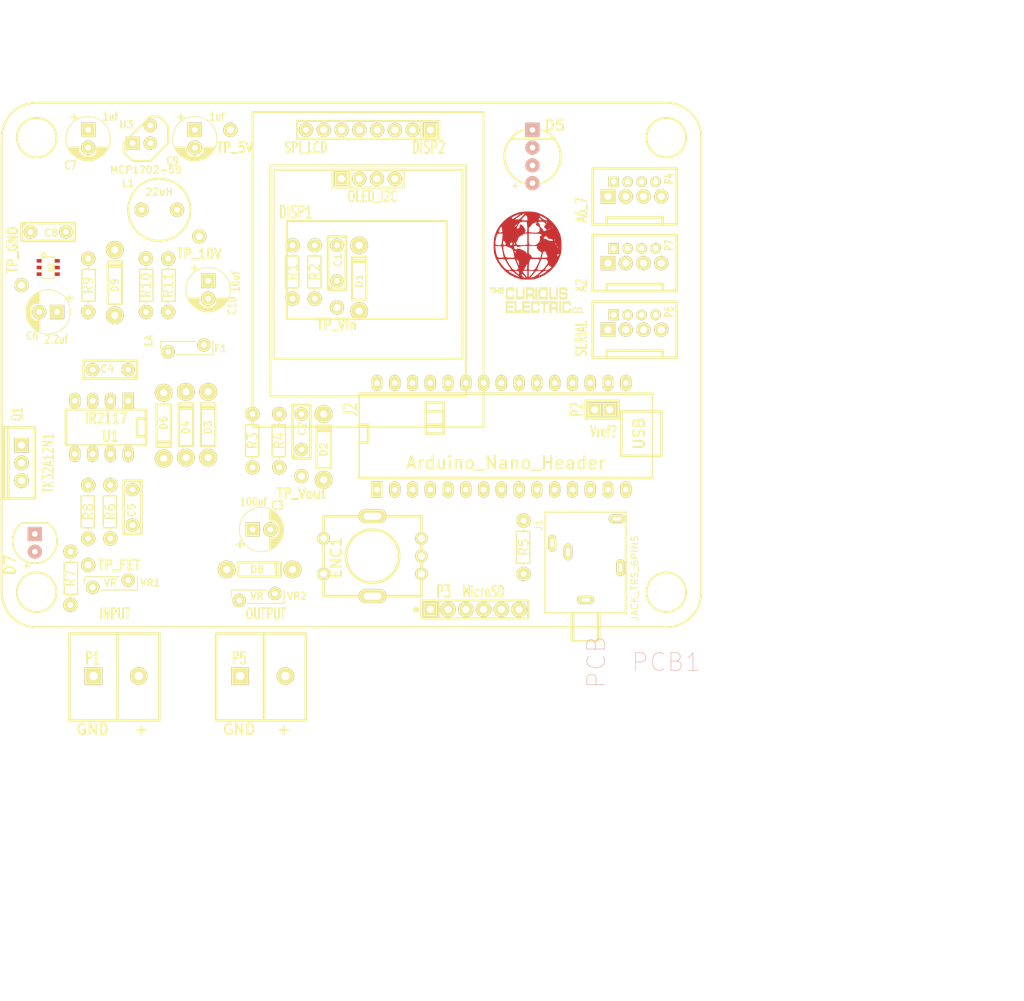
<source format=kicad_pcb>
(kicad_pcb (version 4) (host pcbnew 4.0.4-stable)
  (layers (0 Front signal) (31 Back signal) (34 B.Paste user) (35 F.Paste user) (36 B.SilkS user) (37 F.SilkS user) (38 B.Mask user) (39 F.Mask user) (44 Edge.Cuts user))
  (net 0 "")
  (net 1 +5V)
  (net 2 GND)
  (net 3 Rx)
  (net 4 SCK)
  (net 5 Tx)
  (net 6 Vinput)
  (net 7 Voutput)
  (net 8 VINm)
  (net 9 VOUTm)
  (net 10 "/Power Supply/+10V")
  (net 11 "Net-(C5-Pad1)")
  (net 12 "/Power Supply/+PWR")
  (net 13 "Net-(C8-Pad1)")
  (net 14 "Net-(C8-Pad2)")
  (net 15 "Net-(D3-Pad1)")
  (net 16 LED_D)
  (net 17 "Net-(D7-Pad2)")
  (net 18 SDA)
  (net 19 SCL)
  (net 20 +3V3)
  (net 21 LCD_CS)
  (net 22 MISO)
  (net 23 LCD_DC)
  (net 24 MOSI)
  (net 25 LCD_BL)
  (net 26 EN_A)
  (net 27 EN_B)
  (net 28 EN_SW)
  (net 29 FET1)
  (net 30 SD_CS)
  (net 31 TEMP)
  (net 32 "Net-(J2-Pad18)")
  (net 33 A2)
  (net 34 A6)
  (net 35 A7)
  (net 36 "Net-(P7-Pad3)")
  (net 37 "Net-(R6-Pad2)")
  (net 38 "Net-(R9-Pad2)")
  (net 39 "Net-(R10-Pad2)")
  (net 40 "Net-(P10-Pad1)")
  (module matts_components:C1_wide_lg_pad (layer Front) (at 123.825 79.375 90)
    (fp_text reference C1 (at 1.7145 0.127 90) (layer F.SilkS) (effects (font (size 1.016 1.016) (thickness 0.2032))))
    (fp_text value 100nf hide)
    (pad 1 thru_hole circle (at -1.27 0 90) (size 1.905 1.905) (drill 0.8001) (layers *.Cu *.Mask F.SilkS) (net 8 VINm))
    (pad 2 thru_hole circle (at 3.81 0 90) (size 1.905 1.905) (drill 0.8001) (layers *.Cu *.Mask F.SilkS) (net 2 GND))
  )
  (module matts_components:C1_wide_lg_pad (layer Front) (at 118.745 103.505 90)
    (fp_text reference C2 (at 1.7145 0.127 90) (layer F.SilkS) (effects (font (size 1.016 1.016) (thickness 0.2032))))
    (fp_text value 100nf hide)
    (pad 1 thru_hole circle (at -1.27 0 90) (size 1.905 1.905) (drill 0.8001) (layers *.Cu *.Mask F.SilkS) (net 9 VOUTm))
    (pad 2 thru_hole circle (at 3.81 0 90) (size 1.905 1.905) (drill 0.8001) (layers *.Cu *.Mask F.SilkS) (net 2 GND))
  )
  (module REInnovationFootprint:C_1V7_TH (layer Front) (at 113.03 116.205)
    (fp_text reference C3 (at 2.286 -3.429) (layer F.SilkS) (effects (font (size 1.143 0.889) (thickness 0.2032))))
    (fp_text value 100uf (at -1.143 -3.937) (layer F.SilkS) (effects (font (size 1.143 0.889) (thickness 0.2032))))
    (fp_text user + (at -3.048 2.032) (layer F.SilkS) (effects (font (size 1.143 1.143) (thickness 0.28702))))
    (pad 1 thru_hole rect (at -1.27 0) (size 2.032 2.032) (drill 0.8001) (layers *.Cu *.Mask F.SilkS) (net 7 Voutput))
    (pad 2 thru_hole circle (at 1.27 0) (size 2.032 2.032) (drill 0.8001) (layers *.Cu *.Mask F.SilkS) (net 2 GND))
  )
  (module matts_components:C1_wide_lg_pad (layer Front) (at 92.71 93.345 180)
    (fp_text reference C4 (at 1.7145 0.127 180) (layer F.SilkS) (effects (font (size 1.016 1.016) (thickness 0.2032))))
    (fp_text value 100nf hide)
    (pad 1 thru_hole circle (at -1.27 0 180) (size 1.905 1.905) (drill 0.8001) (layers *.Cu *.Mask F.SilkS) (net 10 "/Power Supply/+10V"))
    (pad 2 thru_hole circle (at 3.81 0 180) (size 1.905 1.905) (drill 0.8001) (layers *.Cu *.Mask F.SilkS) (net 2 GND))
  )
  (module matts_components:C1_wide_lg_pad (layer Front) (at 94.615 111.76 270)
    (fp_text reference C5 (at 1.7145 0.127 270) (layer F.SilkS) (effects (font (size 1.016 1.016) (thickness 0.2032))))
    (fp_text value 100nf hide)
    (pad 1 thru_hole circle (at -1.27 0 270) (size 1.905 1.905) (drill 0.8001) (layers *.Cu *.Mask F.SilkS) (net 11 "Net-(C5-Pad1)"))
    (pad 2 thru_hole circle (at 3.81 0 270) (size 1.905 1.905) (drill 0.8001) (layers *.Cu *.Mask F.SilkS) (net 7 Voutput))
  )
  (module REInnovationFootprint:C_1V7_TH (layer Front) (at 82.55 85.09 180)
    (fp_text reference C6 (at 2.286 -3.429 180) (layer F.SilkS) (effects (font (size 1.143 0.889) (thickness 0.2032))))
    (fp_text value 2.2uf (at -1.143 -3.937 180) (layer F.SilkS) (effects (font (size 1.143 0.889) (thickness 0.2032))))
    (fp_text user + (at -3.048 2.032 180) (layer F.SilkS) (effects (font (size 1.143 1.143) (thickness 0.28702))))
    (pad 1 thru_hole rect (at -1.27 0 180) (size 2.032 2.032) (drill 0.8001) (layers *.Cu *.Mask F.SilkS) (net 12 "/Power Supply/+PWR"))
    (pad 2 thru_hole circle (at 1.27 0 180) (size 2.032 2.032) (drill 0.8001) (layers *.Cu *.Mask F.SilkS) (net 2 GND))
  )
  (module REInnovationFootprint:C_1V7_TH (layer Front) (at 88.265 60.325 270)
    (fp_text reference C7 (at 3.81 2.54 360) (layer F.SilkS) (effects (font (size 1.143 0.889) (thickness 0.2032))))
    (fp_text value 1uf (at -3.175 -3.175 360) (layer F.SilkS) (effects (font (size 1.143 0.889) (thickness 0.2032))))
    (fp_text user + (at -3.048 2.032 270) (layer F.SilkS) (effects (font (size 1.143 1.143) (thickness 0.28702))))
    (pad 1 thru_hole rect (at -1.27 0 270) (size 2.032 2.032) (drill 0.8001) (layers *.Cu *.Mask F.SilkS) (net 10 "/Power Supply/+10V"))
    (pad 2 thru_hole circle (at 1.27 0 270) (size 2.032 2.032) (drill 0.8001) (layers *.Cu *.Mask F.SilkS) (net 2 GND))
  )
  (module matts_components:C1_wide_lg_pad (layer Front) (at 81.28 73.66)
    (fp_text reference C8 (at 1.7145 0.127) (layer F.SilkS) (effects (font (size 1.016 1.016) (thickness 0.2032))))
    (fp_text value 100nf hide)
    (pad 1 thru_hole circle (at -1.27 0) (size 1.905 1.905) (drill 0.8001) (layers *.Cu *.Mask F.SilkS) (net 13 "Net-(C8-Pad1)"))
    (pad 2 thru_hole circle (at 3.81 0) (size 1.905 1.905) (drill 0.8001) (layers *.Cu *.Mask F.SilkS) (net 14 "Net-(C8-Pad2)"))
  )
  (module REInnovationFootprint:C_1V7_TH (layer Front) (at 103.505 60.325 270)
    (fp_text reference C9 (at 3.175 3.175 360) (layer F.SilkS) (effects (font (size 1.143 0.889) (thickness 0.2032))))
    (fp_text value 1uf (at -3.175 -3.175 360) (layer F.SilkS) (effects (font (size 1.143 0.889) (thickness 0.2032))))
    (fp_text user + (at -3.048 2.032 270) (layer F.SilkS) (effects (font (size 1.143 1.143) (thickness 0.28702))))
    (pad 1 thru_hole rect (at -1.27 0 270) (size 2.032 2.032) (drill 0.8001) (layers *.Cu *.Mask F.SilkS) (net 1 +5V))
    (pad 2 thru_hole circle (at 1.27 0 270) (size 2.032 2.032) (drill 0.8001) (layers *.Cu *.Mask F.SilkS) (net 2 GND))
  )
  (module REInnovationFootprint:C_1V7_TH (layer Front) (at 105.41 81.915 270)
    (fp_text reference C10 (at 2.286 -3.429 270) (layer F.SilkS) (effects (font (size 1.143 0.889) (thickness 0.2032))))
    (fp_text value 10uf (at -1.143 -3.937 270) (layer F.SilkS) (effects (font (size 1.143 0.889) (thickness 0.2032))))
    (fp_text user + (at -3.048 2.032 270) (layer F.SilkS) (effects (font (size 1.143 1.143) (thickness 0.28702))))
    (pad 1 thru_hole rect (at -1.27 0 270) (size 2.032 2.032) (drill 0.8001) (layers *.Cu *.Mask F.SilkS) (net 10 "/Power Supply/+10V"))
    (pad 2 thru_hole circle (at 1.27 0 270) (size 2.032 2.032) (drill 0.8001) (layers *.Cu *.Mask F.SilkS) (net 2 GND))
  )
  (module REInnovationFootprint:TH_Diode_1 (layer Front) (at 127 80.645 90)
    (fp_text reference D1 (at 0 0 90) (layer F.SilkS) (effects (font (size 1.016 1.016) (thickness 0.2032))))
    (fp_text value 3v3 hide)
    (pad 1 thru_hole circle (at 5.08 0 90) (size 2.54 2.54) (drill 1.00076) (layers *.Cu *.Mask F.SilkS) (net 2 GND))
    (pad 2 thru_hole circle (at -4.318 0 90) (size 2.54 2.54) (drill 1.00076) (layers *.Cu *.Mask F.SilkS) (net 8 VINm))
  )
  (module REInnovationFootprint:TH_Diode_1 (layer Front) (at 121.92 104.775 90)
    (fp_text reference D2 (at 0 0 90) (layer F.SilkS) (effects (font (size 1.016 1.016) (thickness 0.2032))))
    (fp_text value 3v3 hide)
    (pad 1 thru_hole circle (at 5.08 0 90) (size 2.54 2.54) (drill 1.00076) (layers *.Cu *.Mask F.SilkS) (net 2 GND))
    (pad 2 thru_hole circle (at -4.318 0 90) (size 2.54 2.54) (drill 1.00076) (layers *.Cu *.Mask F.SilkS) (net 9 VOUTm))
  )
  (module REInnovationFootprint:TH_Diode_1 (layer Front) (at 105.41 101.6 90)
    (fp_text reference D3 (at 0 0 90) (layer F.SilkS) (effects (font (size 1.016 1.016) (thickness 0.2032))))
    (fp_text value 1N5819 hide)
    (pad 1 thru_hole circle (at 5.08 0 90) (size 2.54 2.54) (drill 1.00076) (layers *.Cu *.Mask F.SilkS) (net 15 "Net-(D3-Pad1)"))
    (pad 2 thru_hole circle (at -4.318 0 90) (size 2.54 2.54) (drill 1.00076) (layers *.Cu *.Mask F.SilkS) (net 7 Voutput))
  )
  (module REInnovationFootprint:TH_Diode_1 (layer Front) (at 102.235 101.6 90)
    (fp_text reference D4 (at 0 0 90) (layer F.SilkS) (effects (font (size 1.016 1.016) (thickness 0.2032))))
    (fp_text value 1N5819 hide)
    (pad 1 thru_hole circle (at 5.08 0 90) (size 2.54 2.54) (drill 1.00076) (layers *.Cu *.Mask F.SilkS) (net 15 "Net-(D3-Pad1)"))
    (pad 2 thru_hole circle (at -4.318 0 90) (size 2.54 2.54) (drill 1.00076) (layers *.Cu *.Mask F.SilkS) (net 6 Vinput))
  )
  (module REInnovationFootprint:TH_WS2811_LED_8mm (layer Front) (at 151.765 62.865 90)
    (fp_text reference D5 (at 4.445 3.175 180) (layer F.SilkS) (effects (font (thickness 0.3048))))
    (fp_text value WS2811_5mm hide)
    (fp_text user + (at -4.191 -2.54 90) (layer F.SilkS))
    (pad 4 thru_hole circle (at -3.81 0 90) (size 2.032 2.032) (drill 0.8128) (layers *.Cu *.SilkS *.Mask F.Paste) (net 16 LED_D))
    (pad 3 thru_hole circle (at -1.27 0 90) (size 2.032 2.032) (drill 0.8128) (layers *.Cu *.SilkS *.Mask F.Paste) (net 1 +5V))
    (pad 2 thru_hole circle (at 1.27 0 90) (size 2.032 2.032) (drill 0.8128) (layers *.Cu *.SilkS *.Mask F.Paste) (net 2 GND))
    (pad 1 thru_hole rect (at 3.81 0 90) (size 2.032 2.032) (drill 0.8128) (layers *.Cu *.SilkS *.Mask F.Paste))
  )
  (module REInnovationFootprint:TH_Diode_1 (layer Front) (at 99.06 100.965 270)
    (fp_text reference D6 (at 0 0 270) (layer F.SilkS) (effects (font (size 1.016 1.016) (thickness 0.2032))))
    (fp_text value 1N5822 hide)
    (pad 1 thru_hole circle (at 5.08 0 270) (size 2.54 2.54) (drill 1.00076) (layers *.Cu *.Mask F.SilkS) (net 11 "Net-(C5-Pad1)"))
    (pad 2 thru_hole circle (at -4.318 0 270) (size 2.54 2.54) (drill 1.00076) (layers *.Cu *.Mask F.SilkS) (net 10 "/Power Supply/+10V"))
  )
  (module REInnovationFootprint:TH_LED-5MM_larg_pad (layer Front) (at 80.645 118.11 90)
    (fp_text reference D7 (at -3.175 -3.556 90) (layer F.SilkS) (effects (font (thickness 0.3048))))
    (fp_text value LED hide)
    (fp_text user + (at -3.302 -1.27 90) (layer F.SilkS))
    (pad 2 thru_hole circle (at -1.27 0 90) (size 2.032 2.032) (drill 0.8128) (layers *.Cu *.SilkS *.Mask F.Paste) (net 17 "Net-(D7-Pad2)"))
    (pad 1 thru_hole rect (at 1.27 0 90) (size 2.032 2.032) (drill 0.8128) (layers *.Cu *.SilkS *.Mask F.Paste) (net 7 Voutput))
  )
  (module REInnovationFootprint:TH_Diode_1 (layer Front) (at 112.395 121.92)
    (fp_text reference D8 (at 0 0) (layer F.SilkS) (effects (font (size 1.016 1.016) (thickness 0.2032))))
    (fp_text value UF4001 hide)
    (pad 1 thru_hole circle (at 5.08 0) (size 2.54 2.54) (drill 1.00076) (layers *.Cu *.Mask F.SilkS) (net 2 GND))
    (pad 2 thru_hole circle (at -4.318 0) (size 2.54 2.54) (drill 1.00076) (layers *.Cu *.Mask F.SilkS) (net 7 Voutput))
  )
  (module REInnovationFootprint:TH_Diode_1 (layer Front) (at 92.075 81.28 90)
    (fp_text reference D9 (at 0 0 90) (layer F.SilkS) (effects (font (size 1.016 1.016) (thickness 0.2032))))
    (fp_text value 1N5819 hide)
    (pad 1 thru_hole circle (at 5.08 0 90) (size 2.54 2.54) (drill 1.00076) (layers *.Cu *.Mask F.SilkS) (net 14 "Net-(C8-Pad2)"))
    (pad 2 thru_hole circle (at -4.318 0 90) (size 2.54 2.54) (drill 1.00076) (layers *.Cu *.Mask F.SilkS) (net 2 GND))
  )
  (module REInnovationFootprint:TH_Encoder (layer Front) (at 128.905 120.015 90)
    (fp_text reference ENC1 (at -0.254 -5.207 90) (layer F.SilkS) (effects (font (thickness 0.3048))))
    (fp_text value Encoder hide)
    (pad A thru_hole circle (at -2.54 6.985 90) (size 1.778 1.778) (drill 1.00076) (layers *.Cu *.Mask F.SilkS) (net 26 EN_A))
    (pad B thru_hole circle (at 2.54 6.985 90) (size 1.778 1.778) (drill 1.00076) (layers *.Cu *.Mask F.SilkS) (net 27 EN_B))
    (pad C thru_hole circle (at 0 6.985 90) (size 1.778 1.778) (drill 1.00076) (layers *.Cu *.Mask F.SilkS) (net 2 GND))
    (pad 1 thru_hole circle (at -2.54 -6.985 90) (size 1.778 1.778) (drill 1.00076) (layers *.Cu *.Mask F.SilkS) (net 28 EN_SW))
    (pad 2 thru_hole circle (at 2.54 -6.985 90) (size 1.778 1.778) (drill 1.00076) (layers *.Cu *.Mask F.SilkS) (net 2 GND))
    (pad 3 thru_hole oval (at 5.715 0 90) (size 1.99898 4.0005) (drill oval 1.00076 2.49936) (layers *.Cu *.Mask F.SilkS))
    (pad 4 thru_hole oval (at -5.715 0 90) (size 1.99898 4.0005) (drill oval 1.00076 2.49936) (layers *.Cu *.Mask F.SilkS))
  )
  (module REInnovationFootprint:TH_MC36188_FUSE (layer Front) (at 99.695 90.805)
    (fp_text reference F1 (at 7.493 -0.508) (layer F.SilkS) (effects (font (size 1.016 1.016) (thickness 0.2032))))
    (fp_text value 1A (at -2.794 -1.524 90) (layer F.SilkS) (effects (font (size 1.016 1.016) (thickness 0.2032))))
    (pad 1 thru_hole circle (at 0 0) (size 1.905 1.905) (drill 0.8) (layers *.Cu *.Mask F.SilkS) (net 12 "/Power Supply/+PWR"))
    (pad 2 thru_hole circle (at 5.1 -1) (size 1.905 1.905) (drill 0.8) (layers *.Cu *.Mask F.SilkS) (net 15 "Net-(D3-Pad1)"))
  )
  (module REInnovationFootprint:TH_Inductor (layer Front) (at 98.425 70.485)
    (fp_text reference L1 (at -4.445 -3.81 180) (layer F.SilkS) (effects (font (size 1.016 1.016) (thickness 0.2032))))
    (fp_text value 22uH (at 0 -2.54) (layer F.SilkS) (effects (font (size 1.016 1.016) (thickness 0.2032))))
    (pad 1 thru_hole circle (at -2.54 0) (size 2.032 2.032) (drill 0.8001) (layers *.Cu *.Mask F.SilkS) (net 14 "Net-(C8-Pad2)"))
    (pad 2 thru_hole circle (at 2.54 0) (size 2.032 2.032) (drill 0.8001) (layers *.Cu *.Mask F.SilkS) (net 10 "/Power Supply/+10V"))
  )
  (module CuriousElectric3:CEC_Globe_10mm_FCU (layer Front) (at 151.13 75.565)
    (fp_text reference LOGO1 hide)
    (fp_text value LOGO hide)
    (fp_poly (pts (xy 0.230092 -4.822486) (xy 0.792908 -4.777429) (xy 1.267235 -4.688807) (xy 1.340706 -4.667542) (xy 2.157578 -4.328299) (xy 2.906366 -3.848203) (xy 3.436072 -3.372761) (xy 3.895128 -2.844669) (xy 4.241358 -2.322757) (xy 4.515748 -1.74238) (xy 4.585661 -1.559568) (xy 4.694208 -1.134991) (xy 4.761463 -0.602005) (xy 4.786724 -0.016601) (xy 4.769288 0.565234) (xy 4.708454 1.087509) (xy 4.623268 1.439333) (xy 4.251352 2.306343) (xy 3.758998 3.062829) (xy 3.153541 3.700203) (xy 2.442312 4.209878) (xy 2.105847 4.38761) (xy 1.727794 4.554278) (xy 1.34502 4.700212) (xy 1.024552 4.800467) (xy 0.948332 4.818372) (xy 0.590714 4.866643) (xy 0.138732 4.892962) (xy -0.333906 4.896002) (xy -0.753492 4.874436) (xy -0.931334 4.852214) (xy -1.397145 4.736206) (xy -1.917506 4.546832) (xy -2.413737 4.315238) (xy -2.683125 4.158727) (xy -3.248282 3.720076) (xy -2.794 3.720076) (xy -2.723212 3.790508) (xy -2.53362 3.912526) (xy -2.259386 4.065085) (xy -2.106863 4.14341) (xy -1.742472 4.318379) (xy -1.472379 4.43308) (xy -1.310818 4.483029) (xy -1.27202 4.463741) (xy -1.359776 4.378807) (xy -1.496247 4.269403) (xy -1.575752 4.204574) (xy -0.925894 4.204574) (xy -0.868603 4.341183) (xy -0.758702 4.471368) (xy -0.609663 4.59228) (xy -0.467889 4.653021) (xy -0.378369 4.643933) (xy -0.379736 4.628244) (xy 0.360409 4.628244) (xy 0.402507 4.646152) (xy 0.458702 4.628721) (xy 0.645329 4.57917) (xy 0.718202 4.572) (xy 0.837498 4.523907) (xy 1.038601 4.39991) (xy 1.149702 4.322145) (xy 1.511351 4.322145) (xy 1.525151 4.349207) (xy 1.637851 4.317468) (xy 1.651 4.312843) (xy 1.883427 4.213103) (xy 2.163446 4.070201) (xy 2.260457 4.015442) (xy 2.536293 3.839645) (xy 2.657844 3.722174) (xy 2.62795 3.658231) (xy 2.481496 3.642408) (xy 2.241535 3.713368) (xy 1.932671 3.926596) (xy 1.820333 4.023471) (xy 1.606421 4.219246) (xy 1.511351 4.322145) (xy 1.149702 4.322145) (xy 1.280736 4.230428) (xy 1.523129 4.045881) (xy 1.725007 3.876688) (xy 1.845597 3.75327) (xy 1.862666 3.718156) (xy 1.787142 3.671251) (xy 1.59677 3.643708) (xy 1.49492 3.640666) (xy 1.278331 3.653337) (xy 1.118297 3.712591) (xy 0.959046 3.850292) (xy 0.790977 4.042833) (xy 0.545686 4.34238) (xy 0.405149 4.532252) (xy 0.360409 4.628244) (xy -0.379736 4.628244) (xy -0.386092 4.555355) (xy -0.388599 4.550833) (xy -0.522195 4.362262) (xy -0.678414 4.202742) (xy -0.811145 4.1151) (xy -0.858974 4.113939) (xy -0.925894 4.204574) (xy -1.575752 4.204574) (xy -1.708706 4.096164) (xy -1.876496 3.958166) (xy -2.206667 3.73062) (xy -2.309146 3.698) (xy -1.862667 3.698) (xy -1.803602 3.782977) (xy -1.655475 3.927497) (xy -1.5875 3.986346) (xy -1.414453 4.124509) (xy -1.329278 4.158385) (xy -1.293209 4.096099) (xy -1.284472 4.049855) (xy -1.283022 3.848459) (xy -1.302981 3.761509) (xy -1.341434 3.73225) (xy -0.762 3.73225) (xy -0.714139 3.832567) (xy -0.594367 4.010218) (xy -0.4384 4.218718) (xy -0.281957 4.411577) (xy -0.160755 4.542309) (xy -0.116801 4.572) (xy -0.099198 4.495397) (xy -0.087526 4.297806) (xy -0.084667 4.106333) (xy -0.084667 3.640666) (xy 0.084666 3.640666) (xy 0.08846 4.1275) (xy 0.092254 4.614333) (xy 0.46946 4.193318) (xy 0.660959 3.970404) (xy 0.796726 3.794853) (xy 0.846666 3.706485) (xy 0.770958 3.667224) (xy 0.579417 3.64368) (xy 0.465666 3.640666) (xy 0.084666 3.640666) (xy -0.084667 3.640666) (xy -0.423334 3.640666) (xy -0.635502 3.660978) (xy -0.753397 3.711741) (xy -0.762 3.73225) (xy -1.341434 3.73225) (xy -1.395683 3.690973) (xy -1.564703 3.647262) (xy -1.740008 3.638322) (xy -1.85156 3.6721) (xy -1.862667 3.698) (xy -2.309146 3.698) (xy -2.483261 3.642578) (xy -2.527554 3.640666) (xy -2.711226 3.662681) (xy -2.793663 3.716072) (xy -2.794 3.720076) (xy -3.248282 3.720076) (xy -3.271249 3.70225) (xy -3.808462 3.140101) (xy -4.266574 2.510811) (xy -4.533182 2.010833) (xy -4.233017 2.010833) (xy -4.178475 2.167604) (xy -4.035999 2.406897) (xy -3.835777 2.689908) (xy -3.608002 2.977831) (xy -3.382863 3.231864) (xy -3.19055 3.4132) (xy -3.093657 3.475295) (xy -2.877856 3.531343) (xy -2.644773 3.549618) (xy -2.469682 3.526676) (xy -2.433093 3.505536) (xy -2.450226 3.415203) (xy -2.546802 3.233849) (xy -2.660337 3.061036) (xy -2.862439 2.758868) (xy -3.059312 2.440438) (xy -3.135613 2.307166) (xy -3.259051 2.098237) (xy -3.298381 2.061206) (xy -3.048 2.061206) (xy -3.001712 2.192223) (xy -2.880931 2.416216) (xy -2.712787 2.690711) (xy -2.524409 2.973234) (xy -2.342926 3.221309) (xy -2.201563 3.386437) (xy -1.986062 3.511331) (xy -1.732527 3.538716) (xy -1.508553 3.46951) (xy -1.42444 3.387458) (xy -0.532896 3.387458) (xy -0.511343 3.511738) (xy -0.352842 3.544441) (xy -0.309511 3.539675) (xy -0.206551 3.505842) (xy -0.14874 3.414156) (xy -0.120758 3.223487) (xy -0.113644 3.070894) (xy 0.083959 3.070894) (xy 0.092513 3.331435) (xy 0.135354 3.491521) (xy 0.145014 3.503458) (xy 0.259335 3.53471) (xy 0.477659 3.543366) (xy 0.589514 3.538736) (xy 0.783913 3.52087) (xy 0.91714 3.476714) (xy 0.951281 3.444301) (xy 1.318578 3.444301) (xy 1.320044 3.483809) (xy 1.434653 3.536221) (xy 1.645996 3.553824) (xy 1.885244 3.537356) (xy 2.08357 3.487555) (xy 2.109152 3.475354) (xy 2.120173 3.465684) (xy 2.455333 3.465684) (xy 2.518506 3.549278) (xy 2.677627 3.550474) (xy 2.887094 3.479816) (xy 3.101308 3.347846) (xy 3.152497 3.304481) (xy 3.315695 3.149825) (xy 3.361178 3.075912) (xy 3.299169 3.05255) (xy 3.2385 3.050481) (xy 3.084796 3.000149) (xy 3.048 2.921) (xy 3.007622 2.808251) (xy 2.973382 2.794) (xy 2.877714 2.857553) (xy 2.736618 3.012111) (xy 2.591861 3.20352) (xy 2.485208 3.377626) (xy 2.455333 3.465684) (xy 2.120173 3.465684) (xy 2.23373 3.366049) (xy 2.409473 3.160803) (xy 2.579079 2.931187) (xy 2.748036 2.677322) (xy 2.831541 2.5109) (xy 2.843586 2.382307) (xy 2.798162 2.241929) (xy 2.783158 2.207499) (xy 2.693082 2.04516) (xy 2.573344 1.969303) (xy 2.362513 1.94792) (xy 2.283866 1.947333) (xy 1.899735 1.947333) (xy 1.587582 2.679476) (xy 1.456422 3.004776) (xy 1.362527 3.272427) (xy 1.318578 3.444301) (xy 0.951281 3.444301) (xy 1.025305 3.374026) (xy 1.144516 3.180561) (xy 1.281327 2.921) (xy 1.48774 2.521428) (xy 1.613378 2.249383) (xy 1.652113 2.080399) (xy 1.597813 1.990009) (xy 1.44435 1.953746) (xy 1.185594 1.947145) (xy 1.037386 1.947333) (xy 0.370029 1.947333) (xy 0.227347 2.246539) (xy 0.155045 2.472446) (xy 0.106026 2.765898) (xy 0.083959 3.070894) (xy -0.113644 3.070894) (xy -0.110603 3.005666) (xy -0.106733 2.744351) (xy -0.118935 2.63965) (xy -0.149645 2.679394) (xy -0.166175 2.728232) (xy -0.273097 2.964785) (xy -0.414252 3.182684) (xy -0.532896 3.387458) (xy -1.42444 3.387458) (xy -1.412439 3.375752) (xy -1.386179 3.256523) (xy -1.425702 3.06063) (xy -1.538351 2.758926) (xy -1.609701 2.592585) (xy -1.825083 2.102487) (xy -1.628362 2.102487) (xy -1.574817 2.282258) (xy -1.50802 2.455333) (xy -1.40357 2.689592) (xy -1.321413 2.843327) (xy -1.289898 2.878666) (xy -1.273971 2.804178) (xy -1.284178 2.617131) (xy -1.294766 2.527797) (xy -1.378806 2.222201) (xy -1.52516 2.058202) (xy -1.625142 2.033296) (xy -1.628362 2.102487) (xy -1.825083 2.102487) (xy -1.893269 1.947333) (xy -2.470635 1.947333) (xy -2.798436 1.957141) (xy -2.982402 1.989791) (xy -3.04707 2.050124) (xy -3.048 2.061206) (xy -3.298381 2.061206) (xy -3.372433 1.991485) (xy -3.537482 1.952617) (xy -3.783258 1.947333) (xy -4.03334 1.958116) (xy -4.196617 1.985844) (xy -4.233017 2.010833) (xy -4.533182 2.010833) (xy -4.617393 1.852911) (xy -4.827654 1.227619) (xy -4.890095 0.802586) (xy -4.917063 0.277066) (xy -4.91441 0.074936) (xy -4.682062 0.074936) (xy -4.630807 0.623818) (xy -4.58302 0.968185) (xy -4.51233 1.29212) (xy -4.453096 1.47535) (xy -4.366988 1.654808) (xy -4.266794 1.744198) (xy -4.09524 1.774802) (xy -3.898987 1.778) (xy -3.656373 1.76669) (xy -3.502075 1.737743) (xy -3.472756 1.7145) (xy -3.489326 1.608371) (xy -3.532525 1.377223) (xy -3.594605 1.061846) (xy -3.629553 0.889) (xy -3.736269 0.365632) (xy -3.556 0.365632) (xy -3.530312 0.614517) (xy -3.464284 0.931058) (xy -3.374469 1.254782) (xy -3.277422 1.525221) (xy -3.198328 1.672166) (xy -3.057982 1.734824) (xy -2.776495 1.770851) (xy -2.525797 1.778) (xy -1.939661 1.778) (xy -1.995403 1.4605) (xy -2.065894 1.065064) (xy -2.102674 0.899609) (xy -1.933783 0.899609) (xy -1.912685 0.984172) (xy -1.843164 1.077889) (xy -1.758292 1.030157) (xy -1.704002 0.914571) (xy -1.759656 0.831144) (xy -1.872452 0.771611) (xy -1.914049 0.785159) (xy -1.933783 0.899609) (xy -2.102674 0.899609) (xy -2.124913 0.799573) (xy -2.192658 0.627628) (xy -2.289327 0.51283) (xy -2.435121 0.418778) (xy -2.628192 0.320195) (xy -2.871408 0.213542) (xy -2.000616 0.213542) (xy -1.998726 0.218591) (xy -1.952165 0.409319) (xy -1.947334 0.472591) (xy -1.882083 0.567612) (xy -1.735393 0.588175) (xy -1.580863 0.527928) (xy -1.556227 0.506359) (xy -1.42059 0.476619) (xy -1.190395 0.519108) (xy -0.912998 0.613678) (xy -0.635755 0.740174) (xy -0.40602 0.878447) (xy -0.27115 1.008345) (xy -0.254 1.060507) (xy -0.207591 1.171776) (xy -0.169334 1.185333) (xy -0.12509 1.107575) (xy -0.094799 0.901593) (xy -0.084667 0.635) (xy -0.084667 0.084666) (xy 0.084666 0.084666) (xy 0.084666 0.663743) (xy 0.089747 0.974021) (xy 0.114192 1.159117) (xy 0.171807 1.263089) (xy 0.276398 1.329998) (xy 0.296333 1.339261) (xy 0.46271 1.47561) (xy 0.508 1.606851) (xy 0.522654 1.694536) (xy 0.590116 1.745871) (xy 0.745633 1.770417) (xy 1.024454 1.777735) (xy 1.13902 1.778) (xy 1.77004 1.778) (xy 1.951566 1.778) (xy 2.372783 1.778) (xy 2.629064 1.767447) (xy 2.755623 1.726633) (xy 2.791259 1.641819) (xy 2.791307 1.629833) (xy 2.739589 1.444154) (xy 2.738311 1.441966) (xy 4.179576 1.441966) (xy 4.195587 1.531422) (xy 4.263019 1.579315) (xy 4.326654 1.476046) (xy 4.382656 1.30334) (xy 4.396715 1.23069) (xy 4.353366 1.216681) (xy 4.265648 1.286065) (xy 4.179576 1.441966) (xy 2.738311 1.441966) (xy 2.670122 1.32527) (xy 2.594044 1.154595) (xy 2.597206 1.050103) (xy 2.59231 0.946321) (xy 2.555983 0.931333) (xy 2.404556 0.903039) (xy 2.336434 0.880393) (xy 2.221888 0.895175) (xy 2.124584 1.045454) (xy 2.036949 1.34543) (xy 2.004375 1.502833) (xy 1.951566 1.778) (xy 1.77004 1.778) (xy 1.858214 1.4605) (xy 1.928803 1.168854) (xy 1.936439 1.004738) (xy 1.879453 0.937828) (xy 1.829104 0.931333) (xy 1.712553 0.87854) (xy 1.559361 0.747777) (xy 1.405443 0.580465) (xy 1.321536 0.465666) (xy 4.402666 0.465666) (xy 4.445 0.508) (xy 4.487333 0.465666) (xy 4.445 0.423333) (xy 4.402666 0.465666) (xy 1.321536 0.465666) (xy 1.286715 0.418025) (xy 1.239091 0.301879) (xy 1.257624 0.272236) (xy 1.313721 0.221203) (xy 4.17777 0.221203) (xy 4.191 0.254) (xy 4.267082 0.33477) (xy 4.280663 0.338666) (xy 4.317029 0.27316) (xy 4.318 0.254) (xy 4.252912 0.172586) (xy 4.228336 0.169333) (xy 4.17777 0.221203) (xy 1.313721 0.221203) (xy 1.349655 0.188513) (xy 1.354666 0.162277) (xy 1.276925 0.125181) (xy 1.071281 0.097739) (xy 0.779101 0.085006) (xy 0.719666 0.084666) (xy 0.084666 0.084666) (xy -0.084667 0.084666) (xy -0.54635 0.084666) (xy -0.852468 0.102932) (xy -1.121586 0.149528) (xy -1.22598 0.18397) (xy -1.414542 0.240896) (xy -1.53692 0.190107) (xy -1.54323 0.18397) (xy -1.701912 0.105241) (xy -1.846326 0.084666) (xy -1.992198 0.113332) (xy -2.000616 0.213542) (xy -2.871408 0.213542) (xy -2.917827 0.193187) (xy -3.183413 0.108077) (xy -3.323167 0.086085) (xy -3.482885 0.105406) (xy -3.546115 0.200351) (xy -3.556 0.365632) (xy -3.736269 0.365632) (xy -3.784928 0.127) (xy -4.682062 0.074936) (xy -4.91441 0.074936) (xy -4.909689 -0.284567) (xy -4.907376 -0.314964) (xy -4.681503 -0.314964) (xy -4.660606 -0.166865) (xy -4.581808 -0.085116) (xy -4.580939 -0.084606) (xy -4.377671 -0.022376) (xy -4.11845 -0.006567) (xy -3.894791 -0.039618) (xy -3.839175 -0.064844) (xy -3.789619 -0.172407) (xy -3.773305 -0.249236) (xy -3.582063 -0.249236) (xy -3.54219 -0.111114) (xy -3.538127 -0.105834) (xy -3.420725 -0.010267) (xy -3.284267 -0.042763) (xy -3.227997 -0.076285) (xy -3.164121 -0.151943) (xy -3.179166 -0.21732) (xy -2.577938 -0.21732) (xy -2.577195 -0.073945) (xy -2.556087 -0.04431) (xy -2.423416 -0.006362) (xy -2.287625 -0.085643) (xy -2.216612 -0.233699) (xy -2.222485 -0.285045) (xy -2.032 -0.285045) (xy -2.005539 -0.117697) (xy -1.947481 -0.03885) (xy -1.889814 -0.080602) (xy -1.875894 -0.128398) (xy -1.898878 -0.303163) (xy -1.939394 -0.364594) (xy -2.012271 -0.395348) (xy -2.032 -0.285045) (xy -2.222485 -0.285045) (xy -2.233743 -0.383468) (xy -2.313418 -0.409684) (xy -1.68182 -0.409684) (xy -1.677171 -0.207141) (xy -1.560256 -0.077755) (xy -1.502834 -0.059753) (xy -1.149355 -0.019873) (xy -0.747014 -0.014651) (xy -0.394933 -0.044676) (xy -0.34925 -0.052917) (xy -0.084667 -0.105834) (xy -0.084667 -0.898073) (xy 0.084666 -0.898073) (xy 0.086744 -0.507216) (xy 0.108852 -0.254636) (xy 0.174797 -0.109318) (xy 0.30839 -0.040249) (xy 0.533439 -0.016414) (xy 0.766557 -0.009822) (xy 1.025354 -0.021249) (xy 1.212578 -0.094911) (xy 1.344176 -0.209102) (xy 3.916564 -0.209102) (xy 3.933518 -0.174967) (xy 4.014251 -0.087434) (xy 4.029102 -0.149163) (xy 4.008549 -0.215319) (xy 3.946216 -0.307525) (xy 3.918062 -0.305618) (xy 3.916564 -0.209102) (xy 1.344176 -0.209102) (xy 1.408952 -0.265309) (xy 1.44106 -0.298116) (xy 1.622003 -0.509478) (xy 1.70228 -0.698122) (xy 1.714678 -0.945562) (xy 1.713501 -0.975449) (xy 1.714299 -1.03373) (xy 2.218321 -1.03373) (xy 2.2421 -0.952774) (xy 2.402633 -0.931334) (xy 2.603176 -0.882818) (xy 2.70541 -0.809061) (xy 2.85349 -0.718846) (xy 3.083092 -0.658314) (xy 3.117944 -0.65396) (xy 3.341011 -0.628692) (xy 3.48684 -0.609057) (xy 3.498708 -0.6069) (xy 3.544194 -0.661657) (xy 3.540311 -0.740834) (xy 3.525376 -0.762) (xy 3.725333 -0.762) (xy 3.75422 -0.679535) (xy 3.762669 -0.677334) (xy 3.834955 -0.736663) (xy 3.852333 -0.762) (xy 3.84562 -0.840019) (xy 3.814996 -0.846667) (xy 3.728778 -0.785207) (xy 3.725333 -0.762) (xy 3.525376 -0.762) (xy 3.466036 -0.846094) (xy 3.272072 -0.902588) (xy 3.146044 -0.91538) (xy 2.907233 -0.9502) (xy 2.818523 -1.01366) (xy 2.822574 -1.05301) (xy 2.788136 -1.16682) (xy 2.668427 -1.253945) (xy 2.490812 -1.296987) (xy 2.351126 -1.210121) (xy 2.336461 -1.194315) (xy 2.218321 -1.03373) (xy 1.714299 -1.03373) (xy 1.716853 -1.219971) (xy 1.762123 -1.333715) (xy 1.828373 -1.354667) (xy 1.927907 -1.418249) (xy 1.931371 -1.502834) (xy 1.898271 -1.569773) (xy 1.809673 -1.615224) (xy 1.635947 -1.644629) (xy 1.347464 -1.663429) (xy 0.993829 -1.675032) (xy 0.084666 -1.699063) (xy 0.084666 -0.898073) (xy -0.084667 -0.898073) (xy -0.084667 -1.693334) (xy -0.371942 -1.693334) (xy -0.603192 -1.656065) (xy -0.707952 -1.566334) (xy -0.818663 -1.453742) (xy -0.881981 -1.439334) (xy -1.038384 -1.379147) (xy -1.223724 -1.235434) (xy -1.378208 -1.063469) (xy -1.442027 -0.921625) (xy -1.492325 -0.765379) (xy -1.569027 -0.639985) (xy -1.68182 -0.409684) (xy -2.313418 -0.409684) (xy -2.354904 -0.423334) (xy -2.490377 -0.359148) (xy -2.577938 -0.21732) (xy -3.179166 -0.21732) (xy -3.192722 -0.276224) (xy -3.267418 -0.413656) (xy -3.384003 -0.58721) (xy -3.470359 -0.674782) (xy -3.479718 -0.677334) (xy -3.54336 -0.605412) (xy -3.579964 -0.438358) (xy -3.582063 -0.249236) (xy -3.773305 -0.249236) (xy -3.739437 -0.408728) (xy -3.696229 -0.733435) (xy -3.680088 -0.910215) (xy -3.618826 -1.693334) (xy -3.997345 -1.693334) (xy -4.233702 -1.684369) (xy -4.360327 -1.628679) (xy -4.436782 -1.483066) (xy -4.480937 -1.342631) (xy -4.561314 -1.03092) (xy -4.634197 -0.679176) (xy -4.651444 -0.577995) (xy -4.681503 -0.314964) (xy -4.907376 -0.314964) (xy -4.869101 -0.817937) (xy -4.796432 -1.25867) (xy -4.783062 -1.311956) (xy -4.563451 -1.896058) (xy -4.193813 -1.896058) (xy -4.100031 -1.80539) (xy -3.915218 -1.818235) (xy -3.741888 -1.865711) (xy -3.666382 -1.893397) (xy -3.667984 -1.97903) (xy -3.690716 -2.179264) (xy -3.711991 -2.331015) (xy -3.726317 -2.427327) (xy -1.592512 -2.427327) (xy -1.501466 -2.373732) (xy -1.448392 -2.370667) (xy -1.281665 -2.444955) (xy -1.195452 -2.657896) (xy -1.185334 -2.800925) (xy -1.141084 -2.942392) (xy -1.026117 -2.963446) (xy -0.867107 -2.8822) (xy -0.690728 -2.716766) (xy -0.523655 -2.485253) (xy -0.42191 -2.282563) (xy -0.354984 -2.080886) (xy -0.374541 -1.984774) (xy -0.407132 -1.966846) (xy -0.47178 -1.889189) (xy -0.461198 -1.855436) (xy -0.401436 -1.78742) (xy -0.304983 -1.797737) (xy -0.218592 -1.829392) (xy -0.125014 -1.954265) (xy -0.088371 -2.206698) (xy 0.084666 -2.206698) (xy 0.096443 -1.989739) (xy 0.158922 -1.887438) (xy 0.312828 -1.845413) (xy 0.359833 -1.839248) (xy 0.903063 -1.793185) (xy 1.293438 -1.808514) (xy 1.528679 -1.8851) (xy 1.560285 -1.911048) (xy 1.660702 -2.103343) (xy 1.671391 -2.343214) (xy 1.606344 -2.574973) (xy 1.479555 -2.742935) (xy 1.338419 -2.794) (xy 1.187837 -2.851813) (xy 1.118161 -2.979876) (xy 1.158535 -3.110127) (xy 1.19171 -3.136609) (xy 1.259352 -3.230199) (xy 1.24253 -3.273025) (xy 1.129498 -3.284911) (xy 1.013298 -3.235295) (xy 0.830341 -3.152137) (xy 0.729178 -3.132667) (xy 0.613805 -3.065486) (xy 0.473633 -2.898106) (xy 0.434551 -2.836334) (xy 0.304791 -2.649729) (xy 0.19511 -2.546947) (xy 0.172188 -2.54) (xy 0.117025 -2.464975) (xy 0.086689 -2.277889) (xy 0.084666 -2.206698) (xy -0.088371 -2.206698) (xy -0.084979 -2.230064) (xy -0.099169 -2.646842) (xy -0.138509 -2.99385) (xy -0.181909 -3.310492) (xy 1.452764 -3.310492) (xy 1.487982 -3.207163) (xy 1.566333 -3.132667) (xy 1.667963 -2.968164) (xy 1.693333 -2.827919) (xy 1.768321 -2.620531) (xy 1.905 -2.489881) (xy 2.056669 -2.359984) (xy 2.116666 -2.250863) (xy 2.183276 -2.078781) (xy 2.339635 -2.00725) (xy 2.463588 -2.036419) (xy 2.612356 -2.139496) (xy 2.66272 -2.19441) (xy 2.635411 -2.286) (xy 2.921 -2.286) (xy 2.927712 -2.207982) (xy 2.958336 -2.201334) (xy 3.044554 -2.262794) (xy 3.048 -2.286) (xy 3.019113 -2.368466) (xy 3.010663 -2.370667) (xy 2.938377 -2.311338) (xy 2.921 -2.286) (xy 2.635411 -2.286) (xy 2.634259 -2.289862) (xy 2.502037 -2.422275) (xy 2.478082 -2.440332) (xy 2.407082 -2.497667) (xy 3.132666 -2.497667) (xy 3.175 -2.455334) (xy 3.217333 -2.497667) (xy 3.175 -2.54) (xy 3.132666 -2.497667) (xy 2.407082 -2.497667) (xy 2.327586 -2.561862) (xy 2.317381 -2.596445) (xy 3.414888 -2.596445) (xy 3.426511 -2.546111) (xy 3.471333 -2.54) (xy 3.541023 -2.570979) (xy 3.527777 -2.596445) (xy 3.427298 -2.606578) (xy 3.414888 -2.596445) (xy 2.317381 -2.596445) (xy 2.301797 -2.64925) (xy 2.376708 -2.751667) (xy 2.963333 -2.751667) (xy 3.005666 -2.709334) (xy 3.048 -2.751667) (xy 3.005666 -2.794) (xy 2.963333 -2.751667) (xy 2.376708 -2.751667) (xy 2.385136 -2.763189) (xy 2.392979 -2.771878) (xy 2.518291 -2.945047) (xy 2.509928 -3.086093) (xy 2.399877 -3.231834) (xy 2.233756 -3.334501) (xy 2.568769 -3.334501) (xy 2.582333 -3.302) (xy 2.694492 -3.220495) (xy 2.719326 -3.217334) (xy 2.76523 -3.2695) (xy 2.751666 -3.302) (xy 2.639507 -3.383506) (xy 2.614673 -3.386667) (xy 2.568769 -3.334501) (xy 2.233756 -3.334501) (xy 2.219661 -3.343212) (xy 1.924514 -3.385557) (xy 1.849544 -3.386667) (xy 1.571276 -3.368524) (xy 1.452764 -3.310492) (xy -0.181909 -3.310492) (xy -0.19235 -3.386667) (xy -0.633386 -3.386667) (xy -0.934903 -3.366136) (xy -1.14458 -3.282285) (xy -1.311741 -3.101727) (xy -1.471457 -2.819372) (xy -1.582071 -2.567368) (xy -1.592512 -2.427327) (xy -3.726317 -2.427327) (xy -3.760308 -2.655826) (xy -1.857042 -2.655826) (xy -1.791591 -2.624667) (xy -1.709884 -2.693324) (xy -1.615172 -2.855868) (xy -1.547758 -3.012415) (xy -1.566433 -3.030775) (xy -1.686249 -2.927413) (xy -1.828239 -2.766177) (xy -1.857042 -2.655826) (xy -3.760308 -2.655826) (xy -3.774566 -2.751667) (xy -4.009985 -2.383956) (xy -4.164205 -2.091346) (xy -4.193813 -1.896058) (xy -4.563451 -1.896058) (xy -4.491556 -2.087275) (xy -4.054312 -2.805426) (xy -3.490567 -3.447418) (xy -3.251913 -3.641911) (xy -0.931334 -3.641911) (xy -0.855189 -3.592904) (xy -0.660498 -3.561799) (xy -0.508 -3.556) (xy -0.084667 -3.556) (xy -0.084667 -3.725334) (xy 1.524 -3.725334) (xy 1.573608 -3.592549) (xy 1.735666 -3.556) (xy 1.894797 -3.58397) (xy 1.947333 -3.637688) (xy 1.881773 -3.731343) (xy 1.737291 -3.834295) (xy 1.592188 -3.89295) (xy 1.571899 -3.894667) (xy 1.532927 -3.823487) (xy 1.524 -3.725334) (xy -0.084667 -3.725334) (xy -0.084667 -3.841967) (xy -0.12383 -4.076313) (xy -0.188867 -4.187445) (xy 1.652532 -4.187445) (xy 1.723728 -4.084948) (xy 1.873504 -3.947193) (xy 2.068442 -3.799935) (xy 2.275126 -3.668929) (xy 2.46014 -3.57993) (xy 2.566163 -3.55623) (xy 2.72481 -3.581131) (xy 2.750576 -3.642431) (xy 2.638617 -3.742749) (xy 2.427101 -3.880982) (xy 2.170334 -4.027002) (xy 1.922626 -4.150683) (xy 1.738283 -4.221898) (xy 1.693333 -4.228929) (xy 1.652532 -4.187445) (xy -0.188867 -4.187445) (xy -0.219535 -4.239848) (xy -0.220984 -4.241066) (xy -0.318038 -4.292295) (xy -0.423392 -4.255697) (xy -0.578597 -4.111637) (xy -0.644317 -4.04101) (xy -0.810195 -3.844098) (xy -0.913855 -3.690434) (xy -0.931334 -3.641911) (xy -3.251913 -3.641911) (xy -3.147055 -3.727365) (xy -1.800971 -3.727365) (xy -1.776232 -3.686847) (xy -1.616581 -3.680257) (xy -1.533774 -3.682047) (xy -1.337738 -3.703248) (xy -1.17415 -3.775181) (xy -0.99478 -3.927529) (xy -0.803953 -4.131208) (xy -0.620061 -4.346642) (xy -0.504711 -4.50367) (xy -0.480373 -4.571339) (xy -0.483969 -4.572) (xy -0.601193 -4.528508) (xy -0.813255 -4.416138) (xy -1.075528 -4.262052) (xy -1.343387 -4.093411) (xy -1.572204 -3.937376) (xy -1.716809 -3.821647) (xy -1.800971 -3.727365) (xy -3.147055 -3.727365) (xy -2.919375 -3.912913) (xy -2.320782 -3.912913) (xy -2.282398 -3.847994) (xy -2.223174 -3.786709) (xy -2.156305 -3.771337) (xy -2.049252 -3.815132) (xy -1.869476 -3.931349) (xy -1.5875 -4.131052) (xy -1.372071 -4.289856) (xy -1.226119 -4.406628) (xy -1.185334 -4.449187) (xy -1.254859 -4.446036) (xy -1.431743 -4.391942) (xy -1.668447 -4.304377) (xy -1.917433 -4.200814) (xy -2.113033 -4.108213) (xy -2.285016 -4.00137) (xy -2.320782 -3.912913) (xy -2.919375 -3.912913) (xy -2.819555 -3.994261) (xy -2.060513 -4.426966) (xy -1.360467 -4.690843) (xy -0.909478 -4.779735) (xy -0.35833 -4.823435) (xy 0.230092 -4.822486)) (layer Front) (width 0.01))
    (pad 1 smd circle (at 0 0) (size 0.01 0.01) (layers Front F.Paste F.Mask) (clearance 5))
  )
  (module matts_components:SIL-2_screw_terminal_32A (layer Front) (at 88.9 137.16)
    (fp_text reference P1 (at 0 -2.54) (layer F.SilkS) (effects (font (size 1.72974 1.08712) (thickness 0.27178))))
    (fp_text value INPUT (at 3.175 -8.89) (layer F.SilkS) (effects (font (size 1.524 1.016) (thickness 0.254))))
    (fp_text user GND (at 0 7.62) (layer F.SilkS) (effects (font (thickness 0.3048))))
    (fp_text user + (at 6.985 7.62) (layer F.SilkS) (effects (font (thickness 0.3048))))
    (pad 1 thru_hole rect (at 0.127 0) (size 2.49936 2.49936) (drill 1.19888) (layers *.Cu *.Mask F.SilkS) (net 6 Vinput))
    (pad 2 thru_hole circle (at 6.604 0) (size 2.49936 2.49936) (drill 1.19888) (layers *.Cu *.Mask F.SilkS) (net 2 GND))
  )
  (module matts_components:SIL-2_solder_connect (layer Front) (at 161.925 99.06)
    (fp_text reference P2 (at -3.81 0 90) (layer F.SilkS) (effects (font (size 1.72974 1.08712) (thickness 0.27178))))
    (fp_text value Vref? (at 0 3.175) (layer F.SilkS) (effects (font (size 1.524 1.016) (thickness 0.254))))
    (pad 1 thru_hole rect (at -1.27 0) (size 2.032 2.032) (drill 1.00076) (layers *.Cu *.Mask F.SilkS) (net 32 "Net-(J2-Pad18)"))
    (pad 2 thru_hole rect (at 0.889 0) (size 2.032 2.032) (drill 1.00076) (layers *.Cu *.Mask F.SilkS) (net 20 +3V3))
  )
  (module matts_components:SIL-6_large_pads_marker (layer Front) (at 143.51 127.635)
    (fp_text reference P3 (at -4.445 -2.54) (layer F.SilkS) (effects (font (size 1.72974 1.08712) (thickness 0.27178))))
    (fp_text value MicroSD (at 1.27 -2.54) (layer F.SilkS) (effects (font (size 1.524 1.016) (thickness 0.254))))
    (pad 1 thru_hole rect (at -6.35 0) (size 2.10058 2.10058) (drill 1.00076) (layers *.Cu *.Mask F.SilkS) (net 20 +3V3))
    (pad 2 thru_hole circle (at -3.81 0) (size 2.19964 2.19964) (drill 1.00076) (layers *.Cu *.Mask F.SilkS) (net 30 SD_CS))
    (pad 3 thru_hole circle (at -1.27 0) (size 2.19964 2.19964) (drill 1.00076) (layers *.Cu *.Mask F.SilkS) (net 24 MOSI))
    (pad 4 thru_hole circle (at 1.27 0) (size 2.19964 2.19964) (drill 1.00076) (layers *.Cu *.Mask F.SilkS) (net 4 SCK))
    (pad 5 thru_hole circle (at 3.81 0) (size 2.19964 2.19964) (drill 1.00076) (layers *.Cu *.Mask F.SilkS) (net 22 MISO))
    (pad 6 thru_hole circle (at 6.35 0) (size 2.19964 2.19964) (drill 1.00076) (layers *.Cu *.Mask F.SilkS) (net 2 GND))
  )
  (module matts_components:SIL-4_Grove_SIL (layer Front) (at 166.37 68.58)
    (fp_text reference P4 (at 4.953 -2.54 90) (layer F.SilkS) (effects (font (size 1.2 0.8) (thickness 0.2))))
    (fp_text value A6_7 (at -7.62 1.905 90) (layer F.SilkS) (effects (font (size 1.524 1.016) (thickness 0.254))))
    (pad 1 thru_hole rect (at -3.81 0) (size 2.032 2.032) (drill 1.00076) (layers *.Cu *.Mask F.SilkS) (net 2 GND))
    (pad 2 thru_hole circle (at -1.27 0) (size 2.032 2.032) (drill 1.00076) (layers *.Cu *.Mask F.SilkS) (net 1 +5V))
    (pad 3 thru_hole circle (at 1.27 0) (size 2.032 2.032) (drill 1.00076) (layers *.Cu *.Mask F.SilkS) (net 35 A7))
    (pad 4 thru_hole circle (at 3.81 0) (size 2.032 2.032) (drill 1.00076) (layers *.Cu *.Mask F.SilkS) (net 34 A6))
    (pad 1 thru_hole rect (at -3 -2.111) (size 1.5 1.5) (drill 0.8) (layers *.Cu *.Mask F.SilkS) (net 2 GND))
    (pad 2 thru_hole circle (at -1 -2.111) (size 1.5 1.5) (drill 0.8) (layers *.Cu *.Mask F.SilkS) (net 1 +5V))
    (pad 3 thru_hole circle (at 1 -2.111) (size 1.5 1.5) (drill 0.8) (layers *.Cu *.Mask F.SilkS) (net 35 A7))
    (pad 4 thru_hole circle (at 3 -2.111) (size 1.5 1.5) (drill 0.8) (layers *.Cu *.Mask F.SilkS) (net 34 A6))
  )
  (module matts_components:SIL-2_screw_terminal_32A (layer Front) (at 109.855 137.16)
    (fp_text reference P5 (at 0 -2.54) (layer F.SilkS) (effects (font (size 1.72974 1.08712) (thickness 0.27178))))
    (fp_text value OUTPUT (at 3.81 -8.89) (layer F.SilkS) (effects (font (size 1.524 1.016) (thickness 0.254))))
    (fp_text user GND (at 0 7.62) (layer F.SilkS) (effects (font (thickness 0.3048))))
    (fp_text user + (at 6.35 7.62) (layer F.SilkS) (effects (font (thickness 0.3048))))
    (pad 1 thru_hole rect (at 0.127 0) (size 2.49936 2.49936) (drill 1.19888) (layers *.Cu *.Mask F.SilkS) (net 7 Voutput))
    (pad 2 thru_hole circle (at 6.604 0) (size 2.49936 2.49936) (drill 1.19888) (layers *.Cu *.Mask F.SilkS) (net 2 GND))
  )
  (module matts_components:TO220_VERT_BUZ11_matt (layer Front) (at 78.74 106.68 180)
    (fp_text reference Q1 (at 0.635 6.985 270) (layer F.SilkS) (effects (font (size 1.524 1.016) (thickness 0.2032))))
    (fp_text value TK32A12N1 (at -3.81 0 270) (layer F.SilkS) (effects (font (size 1.524 1.016) (thickness 0.2032))))
    (pad G thru_hole circle (at 0 -2.54 180) (size 2.10058 2.10058) (drill 1.00076) (layers *.Cu *.Mask F.SilkS) (net 40 "Net-(P10-Pad1)"))
    (pad D thru_hole circle (at 0 0 180) (size 2.10058 2.10058) (drill 1.00076) (layers *.Cu *.Mask F.SilkS) (net 6 Vinput))
    (pad S thru_hole rect (at 0 2.54 180) (size 2.10058 2.10058) (drill 1.00076) (layers *.Cu *.Mask F.SilkS) (net 7 Voutput))
  )
  (module REInnovationFootprint:TH_Resistor_1 (layer Front) (at 117.475 79.375 90)
    (fp_text reference R1 (at 0 0 90) (layer F.SilkS) (effects (font (size 1.397 1.27) (thickness 0.2032))))
    (fp_text value Rb hide)
    (pad 1 thru_hole circle (at -3.81 0 90) (size 2.032 2.032) (drill 0.8001) (layers *.Cu *.Mask F.SilkS) (net 6 Vinput))
    (pad 2 thru_hole circle (at 3.81 0 90) (size 2.032 2.032) (drill 0.8001) (layers *.Cu *.Mask F.SilkS) (net 8 VINm))
  )
  (module REInnovationFootprint:TH_Resistor_1 (layer Front) (at 120.65 79.375 90)
    (fp_text reference R2 (at 0 0 90) (layer F.SilkS) (effects (font (size 1.397 1.27) (thickness 0.2032))))
    (fp_text value Ra hide)
    (pad 1 thru_hole circle (at -3.81 0 90) (size 2.032 2.032) (drill 0.8001) (layers *.Cu *.Mask F.SilkS) (net 8 VINm))
    (pad 2 thru_hole circle (at 3.81 0 90) (size 2.032 2.032) (drill 0.8001) (layers *.Cu *.Mask F.SilkS) (net 2 GND))
  )
  (module REInnovationFootprint:TH_Resistor_1 (layer Front) (at 111.76 103.505 90)
    (fp_text reference R3 (at 0 0 90) (layer F.SilkS) (effects (font (size 1.397 1.27) (thickness 0.2032))))
    (fp_text value Rb hide)
    (pad 1 thru_hole circle (at -3.81 0 90) (size 2.032 2.032) (drill 0.8001) (layers *.Cu *.Mask F.SilkS) (net 7 Voutput))
    (pad 2 thru_hole circle (at 3.81 0 90) (size 2.032 2.032) (drill 0.8001) (layers *.Cu *.Mask F.SilkS) (net 9 VOUTm))
  )
  (module REInnovationFootprint:TH_Resistor_1 (layer Front) (at 115.57 103.505 90)
    (fp_text reference R4 (at 0 0 90) (layer F.SilkS) (effects (font (size 1.397 1.27) (thickness 0.2032))))
    (fp_text value Ra hide)
    (pad 1 thru_hole circle (at -3.81 0 90) (size 2.032 2.032) (drill 0.8001) (layers *.Cu *.Mask F.SilkS) (net 9 VOUTm))
    (pad 2 thru_hole circle (at 3.81 0 90) (size 2.032 2.032) (drill 0.8001) (layers *.Cu *.Mask F.SilkS) (net 2 GND))
  )
  (module REInnovationFootprint:TH_Resistor_1 (layer Front) (at 150.495 118.745 90)
    (fp_text reference R5 (at 0 0 90) (layer F.SilkS) (effects (font (size 1.397 1.27) (thickness 0.2032))))
    (fp_text value 4k7 hide)
    (pad 1 thru_hole circle (at -3.81 0 90) (size 2.032 2.032) (drill 0.8001) (layers *.Cu *.Mask F.SilkS) (net 1 +5V))
    (pad 2 thru_hole circle (at 3.81 0 90) (size 2.032 2.032) (drill 0.8001) (layers *.Cu *.Mask F.SilkS) (net 31 TEMP))
  )
  (module REInnovationFootprint:TH_Resistor_1 (layer Front) (at 91.44 113.665 90)
    (fp_text reference R6 (at 0 0 90) (layer F.SilkS) (effects (font (size 1.397 1.27) (thickness 0.2032))))
    (fp_text value 5 hide)
    (pad 1 thru_hole circle (at -3.81 0 90) (size 2.032 2.032) (drill 0.8001) (layers *.Cu *.Mask F.SilkS) (net 40 "Net-(P10-Pad1)"))
    (pad 2 thru_hole circle (at 3.81 0 90) (size 2.032 2.032) (drill 0.8001) (layers *.Cu *.Mask F.SilkS) (net 37 "Net-(R6-Pad2)"))
  )
  (module REInnovationFootprint:TH_Resistor_1 (layer Front) (at 85.725 123.19 270)
    (fp_text reference R7 (at 0 0 270) (layer F.SilkS) (effects (font (size 1.397 1.27) (thickness 0.2032))))
    (fp_text value 1k hide)
    (pad 1 thru_hole circle (at -3.81 0 270) (size 2.032 2.032) (drill 0.8001) (layers *.Cu *.Mask F.SilkS) (net 17 "Net-(D7-Pad2)"))
    (pad 2 thru_hole circle (at 3.81 0 270) (size 2.032 2.032) (drill 0.8001) (layers *.Cu *.Mask F.SilkS) (net 2 GND))
  )
  (module REInnovationFootprint:TH_Resistor_1 (layer Front) (at 88.265 113.665 90)
    (fp_text reference R8 (at 0 0 90) (layer F.SilkS) (effects (font (size 1.397 1.27) (thickness 0.2032))))
    (fp_text value 100k hide)
    (pad 1 thru_hole circle (at -3.81 0 90) (size 2.032 2.032) (drill 0.8001) (layers *.Cu *.Mask F.SilkS) (net 40 "Net-(P10-Pad1)"))
    (pad 2 thru_hole circle (at 3.81 0 90) (size 2.032 2.032) (drill 0.8001) (layers *.Cu *.Mask F.SilkS) (net 7 Voutput))
  )
  (module REInnovationFootprint:TH_Resistor_1 (layer Front) (at 88.265 81.28 270)
    (fp_text reference R9 (at 0 0 270) (layer F.SilkS) (effects (font (size 1.397 1.27) (thickness 0.2032))))
    (fp_text value 100k hide)
    (pad 1 thru_hole circle (at -3.81 0 270) (size 2.032 2.032) (drill 0.8001) (layers *.Cu *.Mask F.SilkS) (net 12 "/Power Supply/+PWR"))
    (pad 2 thru_hole circle (at 3.81 0 270) (size 2.032 2.032) (drill 0.8001) (layers *.Cu *.Mask F.SilkS) (net 38 "Net-(R9-Pad2)"))
  )
  (module REInnovationFootprint:TH_Resistor_1 (layer Front) (at 96.52 81.28 270)
    (fp_text reference R10 (at 0 0 270) (layer F.SilkS) (effects (font (size 1.397 1.27) (thickness 0.2032))))
    (fp_text value 100k hide)
    (pad 1 thru_hole circle (at -3.81 0 270) (size 2.032 2.032) (drill 0.8001) (layers *.Cu *.Mask F.SilkS) (net 10 "/Power Supply/+10V"))
    (pad 2 thru_hole circle (at 3.81 0 270) (size 2.032 2.032) (drill 0.8001) (layers *.Cu *.Mask F.SilkS) (net 39 "Net-(R10-Pad2)"))
  )
  (module REInnovationFootprint:DIP-8_300_ELL (layer Front) (at 86.36 101.6 180)
    (fp_text reference U1 (at -5.08 -1.27 180) (layer F.SilkS) (effects (font (size 1.524 1.143) (thickness 0.28702))))
    (fp_text value IR2117 (at -4.445 1.27 180) (layer F.SilkS) (effects (font (size 1.524 1.143) (thickness 0.28702))))
    (pad 1 thru_hole rect (at -7.62 3.81 180) (size 1.5748 2.286) (drill 0.8128) (layers *.Cu *.Mask F.SilkS) (net 10 "/Power Supply/+10V"))
    (pad 2 thru_hole oval (at -5.08 3.81 180) (size 1.5748 2.286) (drill 0.8128) (layers *.Cu *.Mask F.SilkS) (net 29 FET1))
    (pad 3 thru_hole oval (at -2.54 3.81 180) (size 1.5748 2.286) (drill 0.8128) (layers *.Cu *.Mask F.SilkS) (net 2 GND))
    (pad 4 thru_hole oval (at 0 3.81 180) (size 1.5748 2.286) (drill 0.8128) (layers *.Cu *.Mask F.SilkS))
    (pad 5 thru_hole oval (at 0 -3.81 180) (size 1.5748 2.286) (drill 0.8128) (layers *.Cu *.Mask F.SilkS))
    (pad 6 thru_hole oval (at -2.54 -3.81 180) (size 1.5748 2.286) (drill 0.8128) (layers *.Cu *.Mask F.SilkS) (net 7 Voutput))
    (pad 7 thru_hole oval (at -5.08 -3.81 180) (size 1.5748 2.286) (drill 0.8128) (layers *.Cu *.Mask F.SilkS) (net 37 "Net-(R6-Pad2)"))
    (pad 8 thru_hole oval (at -7.62 -3.81 180) (size 1.5748 2.286) (drill 0.8128) (layers *.Cu *.Mask F.SilkS) (net 11 "Net-(C5-Pad1)"))
  )
  (module matts_components:TO92_MCP9701_matt (layer Front) (at 95.885 59.69 180)
    (fp_text reference U3 (at 2.159 1.397 180) (layer F.SilkS) (effects (font (size 1.016 1.016) (thickness 0.2032))))
    (fp_text value MCP1702-50 (at -0.635 -5.08 180) (layer F.SilkS) (effects (font (size 1.016 1.016) (thickness 0.2032))))
    (pad GND thru_hole rect (at 1.27 -1.27 180) (size 1.905 1.905) (drill 0.8001) (layers *.Cu *.Mask F.SilkS) (net 2 GND))
    (pad VO thru_hole circle (at -1.27 -1.27 180) (size 1.905 1.905) (drill 0.8001) (layers *.Cu *.Mask F.SilkS) (net 1 +5V))
    (pad VI thru_hole circle (at -1.27 1.27 180) (size 1.905 1.905) (drill 0.8001) (layers *.Cu *.Mask F.SilkS) (net 10 "/Power Supply/+10V"))
  )
  (module REInnovationFootprint:TH_MC36188_FUSE (layer Front) (at 88.9 124.46)
    (fp_text reference VR1 (at 8.255 -0.635) (layer F.SilkS) (effects (font (size 1.016 1.016) (thickness 0.2032))))
    (fp_text value VR (at 2.54 -0.635 180) (layer F.SilkS) (effects (font (size 1.016 1.016) (thickness 0.2032))))
    (pad 1 thru_hole circle (at 0 0) (size 1.905 1.905) (drill 0.8) (layers *.Cu *.Mask F.SilkS) (net 6 Vinput))
    (pad 2 thru_hole circle (at 5.1 -1) (size 1.905 1.905) (drill 0.8) (layers *.Cu *.Mask F.SilkS) (net 2 GND))
  )
  (module REInnovationFootprint:TH_MC36188_FUSE (layer Front) (at 109.855 126.365)
    (fp_text reference VR2 (at 8.255 -0.635) (layer F.SilkS) (effects (font (size 1.016 1.016) (thickness 0.2032))))
    (fp_text value VR (at 2.54 -0.635 180) (layer F.SilkS) (effects (font (size 1.016 1.016) (thickness 0.2032))))
    (pad 1 thru_hole circle (at 0 0) (size 1.905 1.905) (drill 0.8) (layers *.Cu *.Mask F.SilkS) (net 7 Voutput))
    (pad 2 thru_hole circle (at 5.1 -1) (size 1.905 1.905) (drill 0.8) (layers *.Cu *.Mask F.SilkS) (net 2 GND))
  )
  (module REInnovationFootprint:TH_3_5mm_Jack (layer Front) (at 165.1 113.665 180)
    (fp_text reference J1 (at 12.446 -1.905 270) (layer F.SilkS))
    (fp_text value JACK_TRS_6PINS (at -1.27 -9.525 270) (layer F.SilkS))
    (pad 6 thru_hole oval (at 8.25 -5.75 180) (size 1.2 2.4) (drill oval 0.5 1.25) (layers *.Cu F.Paste F.SilkS F.Mask))
    (pad 1 thru_hole oval (at 5.75 -12.6 180) (size 2.4 1.2) (drill oval 1.25 0.5) (layers *.Cu F.Paste F.SilkS F.Mask) (net 2 GND))
    (pad 2 thru_hole oval (at 0.75 -8 180) (size 1.2 2.4) (drill oval 0.5 1.25) (layers *.Cu F.Paste F.SilkS F.Mask) (net 1 +5V))
    (pad 3 thru_hole oval (at 10.5 -4.5 180) (size 1.2 2.4) (drill oval 0.5 1.25) (layers *.Cu F.Paste F.SilkS F.Mask) (net 31 TEMP))
    (pad 5 thru_hole oval (at 1.25 -1 180) (size 2.4 1.2) (drill oval 1.25 0.5) (layers *.Cu F.Paste F.SilkS F.Mask))
  )
  (module REInnovationFootprint:NANO_DIP_30_600 (layer Front) (at 153.67 102.87)
    (fp_text reference J2 (at -27.94 -3.81 90) (layer F.SilkS) (effects (font (size 1.778 1.143) (thickness 0.3048))))
    (fp_text value Arduino_Nano_Header (at -5.715 3.81) (layer F.SilkS) (effects (font (size 1.778 1.778) (thickness 0.3048))))
    (fp_text user USB (at 13.335 -0.381 90) (layer F.SilkS) (effects (font (thickness 0.3048))))
    (pad 1 thru_hole rect (at -24.13 7.62) (size 1.5748 2.286) (drill 0.8128) (layers *.Cu *.Mask F.SilkS) (net 5 Tx))
    (pad 2 thru_hole oval (at -21.59 7.62) (size 1.5748 2.286) (drill 0.8128) (layers *.Cu *.Mask F.SilkS) (net 3 Rx))
    (pad 3 thru_hole oval (at -19.05 7.62) (size 1.5748 2.286) (drill 0.8128) (layers *.Cu *.Mask F.SilkS))
    (pad 4 thru_hole oval (at -16.51 7.62) (size 1.5748 2.286) (drill 0.8128) (layers *.Cu *.Mask F.SilkS) (net 2 GND))
    (pad 5 thru_hole oval (at -13.97 7.62) (size 1.5748 2.286) (drill 0.8128) (layers *.Cu *.Mask F.SilkS) (net 26 EN_A))
    (pad 6 thru_hole oval (at -11.43 7.62) (size 1.5748 2.286) (drill 0.8128) (layers *.Cu *.Mask F.SilkS) (net 27 EN_B))
    (pad 7 thru_hole oval (at -8.89 7.62) (size 1.5748 2.286) (drill 0.8128) (layers *.Cu *.Mask F.SilkS) (net 28 EN_SW))
    (pad 8 thru_hole oval (at -6.35 7.62) (size 1.5748 2.286) (drill 0.8128) (layers *.Cu *.Mask F.SilkS) (net 16 LED_D))
    (pad 9 thru_hole oval (at -3.81 7.62) (size 1.5748 2.286) (drill 0.8128) (layers *.Cu *.Mask F.SilkS) (net 29 FET1))
    (pad 10 thru_hole oval (at -1.27 7.62) (size 1.5748 2.286) (drill 0.8128) (layers *.Cu *.Mask F.SilkS) (net 23 LCD_DC))
    (pad 11 thru_hole oval (at 1.27 7.62) (size 1.5748 2.286) (drill 0.8128) (layers *.Cu *.Mask F.SilkS) (net 25 LCD_BL))
    (pad 12 thru_hole oval (at 3.81 7.62) (size 1.5748 2.286) (drill 0.8128) (layers *.Cu *.Mask F.SilkS) (net 21 LCD_CS))
    (pad 13 thru_hole oval (at 6.35 7.62) (size 1.5748 2.286) (drill 0.8128) (layers *.Cu *.Mask F.SilkS) (net 30 SD_CS))
    (pad 14 thru_hole oval (at 8.89 7.62) (size 1.5748 2.286) (drill 0.8128) (layers *.Cu *.Mask F.SilkS) (net 24 MOSI))
    (pad 15 thru_hole oval (at 11.43 7.62) (size 1.5748 2.286) (drill 0.8128) (layers *.Cu *.Mask F.SilkS) (net 22 MISO))
    (pad 16 thru_hole oval (at 11.43 -7.62) (size 1.5748 2.286) (drill 0.8128) (layers *.Cu *.Mask F.SilkS) (net 4 SCK))
    (pad 17 thru_hole oval (at 8.89 -7.62) (size 1.5748 2.286) (drill 0.8128) (layers *.Cu *.Mask F.SilkS) (net 20 +3V3))
    (pad 18 thru_hole oval (at 6.35 -7.62) (size 1.5748 2.286) (drill 0.8128) (layers *.Cu *.Mask F.SilkS) (net 32 "Net-(J2-Pad18)"))
    (pad 19 thru_hole oval (at 3.81 -7.62) (size 1.5748 2.286) (drill 0.8128) (layers *.Cu *.Mask F.SilkS) (net 8 VINm))
    (pad 20 thru_hole oval (at 1.27 -7.62) (size 1.5748 2.286) (drill 0.8128) (layers *.Cu *.Mask F.SilkS) (net 9 VOUTm))
    (pad 21 thru_hole oval (at -1.27 -7.62) (size 1.5748 2.286) (drill 0.8128) (layers *.Cu *.Mask F.SilkS) (net 33 A2))
    (pad 22 thru_hole oval (at -3.81 -7.62) (size 1.5748 2.286) (drill 0.8128) (layers *.Cu *.Mask F.SilkS) (net 31 TEMP))
    (pad 23 thru_hole oval (at -6.35 -7.62) (size 1.5748 2.286) (drill 0.8128) (layers *.Cu *.Mask F.SilkS) (net 18 SDA))
    (pad 24 thru_hole oval (at -8.89 -7.62) (size 1.5748 2.286) (drill 0.8128) (layers *.Cu *.Mask F.SilkS) (net 19 SCL))
    (pad 25 thru_hole oval (at -11.43 -7.62) (size 1.5748 2.286) (drill 0.8128) (layers *.Cu *.Mask F.SilkS) (net 34 A6))
    (pad 26 thru_hole oval (at -13.97 -7.62) (size 1.5748 2.286) (drill 0.8128) (layers *.Cu *.Mask F.SilkS) (net 35 A7))
    (pad 27 thru_hole oval (at -16.51 -7.62) (size 1.5748 2.286) (drill 0.8128) (layers *.Cu *.Mask F.SilkS) (net 1 +5V))
    (pad 28 thru_hole oval (at -19.05 -7.62) (size 1.5748 2.286) (drill 0.8128) (layers *.Cu *.Mask F.SilkS))
    (pad 29 thru_hole oval (at -21.59 -7.62) (size 1.5748 2.286) (drill 0.8128) (layers *.Cu *.Mask F.SilkS) (net 2 GND))
    (pad 30 thru_hole oval (at -24.13 -7.62) (size 1.5748 2.286) (drill 0.8128) (layers *.Cu *.Mask F.SilkS))
  )
  (module matts_components:SIL-4_Grove_SIL (layer Front) (at 166.37 87.63)
    (fp_text reference P6 (at 4.953 -2.54 90) (layer F.SilkS) (effects (font (size 1.2 0.8) (thickness 0.2))))
    (fp_text value SERIAL (at -7.62 1.27 90) (layer F.SilkS) (effects (font (size 1.524 1.016) (thickness 0.254))))
    (pad 1 thru_hole rect (at -3.81 0) (size 2.032 2.032) (drill 1.00076) (layers *.Cu *.Mask F.SilkS) (net 2 GND))
    (pad 2 thru_hole circle (at -1.27 0) (size 2.032 2.032) (drill 1.00076) (layers *.Cu *.Mask F.SilkS) (net 1 +5V))
    (pad 3 thru_hole circle (at 1.27 0) (size 2.032 2.032) (drill 1.00076) (layers *.Cu *.Mask F.SilkS) (net 5 Tx))
    (pad 4 thru_hole circle (at 3.81 0) (size 2.032 2.032) (drill 1.00076) (layers *.Cu *.Mask F.SilkS) (net 3 Rx))
    (pad 1 thru_hole rect (at -3 -2.111) (size 1.5 1.5) (drill 0.8) (layers *.Cu *.Mask F.SilkS) (net 2 GND))
    (pad 2 thru_hole circle (at -1 -2.111) (size 1.5 1.5) (drill 0.8) (layers *.Cu *.Mask F.SilkS) (net 1 +5V))
    (pad 3 thru_hole circle (at 1 -2.111) (size 1.5 1.5) (drill 0.8) (layers *.Cu *.Mask F.SilkS) (net 5 Tx))
    (pad 4 thru_hole circle (at 3 -2.111) (size 1.5 1.5) (drill 0.8) (layers *.Cu *.Mask F.SilkS) (net 3 Rx))
  )
  (module matts_components:SIL-4_Grove_SIL (layer Front) (at 166.37 78.105)
    (fp_text reference P7 (at 4.953 -2.54 90) (layer F.SilkS) (effects (font (size 1.2 0.8) (thickness 0.2))))
    (fp_text value A2 (at -7.62 3.175 90) (layer F.SilkS) (effects (font (size 1.524 1.016) (thickness 0.254))))
    (pad 1 thru_hole rect (at -3.81 0) (size 2.032 2.032) (drill 1.00076) (layers *.Cu *.Mask F.SilkS) (net 2 GND))
    (pad 2 thru_hole circle (at -1.27 0) (size 2.032 2.032) (drill 1.00076) (layers *.Cu *.Mask F.SilkS) (net 1 +5V))
    (pad 3 thru_hole circle (at 1.27 0) (size 2.032 2.032) (drill 1.00076) (layers *.Cu *.Mask F.SilkS) (net 36 "Net-(P7-Pad3)"))
    (pad 4 thru_hole circle (at 3.81 0) (size 2.032 2.032) (drill 1.00076) (layers *.Cu *.Mask F.SilkS) (net 33 A2))
    (pad 1 thru_hole rect (at -3 -2.111) (size 1.5 1.5) (drill 0.8) (layers *.Cu *.Mask F.SilkS) (net 2 GND))
    (pad 2 thru_hole circle (at -1 -2.111) (size 1.5 1.5) (drill 0.8) (layers *.Cu *.Mask F.SilkS) (net 1 +5V))
    (pad 3 thru_hole circle (at 1 -2.111) (size 1.5 1.5) (drill 0.8) (layers *.Cu *.Mask F.SilkS) (net 36 "Net-(P7-Pad3)"))
    (pad 4 thru_hole circle (at 3 -2.111) (size 1.5 1.5) (drill 0.8) (layers *.Cu *.Mask F.SilkS) (net 33 A2))
  )
  (module REInnovationFootprint:TH_Resistor_1 (layer Front) (at 99.695 81.28 270)
    (fp_text reference R11 (at 0 0 270) (layer F.SilkS) (effects (font (size 1.397 1.27) (thickness 0.2032))))
    (fp_text value 8.2k hide)
    (pad 1 thru_hole circle (at -3.81 0 270) (size 2.032 2.032) (drill 0.8001) (layers *.Cu *.Mask F.SilkS) (net 39 "Net-(R10-Pad2)"))
    (pad 2 thru_hole circle (at 3.81 0 270) (size 2.032 2.032) (drill 0.8001) (layers *.Cu *.Mask F.SilkS) (net 2 GND))
  )
  (module REInnovationFootprint:TH_OLED1306 (layer Front) (at 128.27 64.77)
    (fp_text reference DISP1 (at -10.34 6.06) (layer F.SilkS) (effects (font (size 1.73482 1.08712) (thickness 0.27178))))
    (fp_text value OLED_I2C (at 0.635 3.81) (layer F.SilkS) (effects (font (size 1.524 1.016) (thickness 0.254))))
    (pad 1 thru_hole rect (at -3.81 1.27) (size 2.032 2.032) (drill 1.00076) (layers *.Cu *.Mask F.SilkS) (net 18 SDA))
    (pad 2 thru_hole circle (at -1.27 1.27) (size 2.032 2.032) (drill 1.00076) (layers *.Cu *.Mask F.SilkS) (net 19 SCL))
    (pad 3 thru_hole circle (at 1.27 1.27) (size 2.032 2.032) (drill 1.00076) (layers *.Cu *.Mask F.SilkS) (net 1 +5V))
    (pad 4 thru_hole circle (at 3.81 1.27) (size 2.032 2.032) (drill 1.00076) (layers *.Cu *.Mask F.SilkS) (net 2 GND))
    (pad "" np_thru_hole circle (at 11.25 2.25) (size 3 3) (drill 3) (layers *.Cu *.Mask))
    (pad "" np_thru_hole circle (at 11.25 24.75) (size 3 3) (drill 3) (layers *.Cu *.Mask))
    (pad "" np_thru_hole circle (at -11.25 24.75) (size 3 3) (drill 3) (layers *.Cu *.Mask))
    (pad "" np_thru_hole circle (at -11.25 2.25) (size 3 3) (drill 3) (layers *.Cu *.Mask))
  )
  (module REInnovationFootprint:TH_LCD_SPI_128x128 (layer Front) (at 128.27 56.515)
    (fp_text reference DISP2 (at 8.656 5.08) (layer F.SilkS) (effects (font (size 1.72974 1.08712) (thickness 0.27178))))
    (fp_text value SPI_LCD (at -8.88 5.08) (layer F.SilkS) (effects (font (size 1.524 1.016) (thickness 0.254))))
    (pad 1 thru_hole rect (at 8.91 2.54 180) (size 2.032 2.032) (drill 1.00076) (layers *.Cu *.Mask F.SilkS) (net 20 +3V3))
    (pad 2 thru_hole circle (at 6.37 2.54 180) (size 2.032 2.032) (drill 1.00076) (layers *.Cu *.Mask F.SilkS) (net 2 GND))
    (pad 3 thru_hole circle (at 3.83 2.54 180) (size 2.032 2.032) (drill 1.00076) (layers *.Cu *.Mask F.SilkS) (net 21 LCD_CS))
    (pad 4 thru_hole circle (at 1.29 2.54 180) (size 2.032 2.032) (drill 1.00076) (layers *.Cu *.Mask F.SilkS) (net 22 MISO))
    (pad 5 thru_hole circle (at -1.25 2.54 180) (size 2.032 2.032) (drill 1.00076) (layers *.Cu *.Mask F.SilkS) (net 23 LCD_DC))
    (pad 6 thru_hole circle (at -3.79 2.54 180) (size 2.032 2.032) (drill 1.00076) (layers *.Cu *.Mask F.SilkS) (net 24 MOSI))
    (pad 7 thru_hole circle (at -6.33 2.54 180) (size 2.032 2.032) (drill 1.00076) (layers *.Cu *.Mask F.SilkS) (net 4 SCK))
    (pad 8 thru_hole circle (at -8.87 2.54 180) (size 2.032 2.032) (drill 0.8128) (layers *.Cu *.Mask F.SilkS) (net 25 LCD_BL))
  )
  (module matts_components:1pin_0_8mm (layer Front) (at 123.825 84.455)
    (fp_text reference P8 hide)
    (fp_text value TP_Vin (at 0 2.5) (layer F.SilkS) (effects (font (size 1.4 1.2) (thickness 0.3))))
    (pad 1 thru_hole circle (at 0 0) (size 2.032 2.032) (drill 1.00076) (layers *.Cu *.Mask F.SilkS) (net 8 VINm))
  )
  (module matts_components:1pin_0_8mm (layer Front) (at 118.745 108.585)
    (fp_text reference P9 hide)
    (fp_text value TP_Vout (at 0 2.5) (layer F.SilkS) (effects (font (size 1.4 1.2) (thickness 0.3))))
    (pad 1 thru_hole circle (at 0 0) (size 2.032 2.032) (drill 1.00076) (layers *.Cu *.Mask F.SilkS) (net 9 VOUTm))
  )
  (module matts_components:1pin_0_8mm (layer Front) (at 88.265 121.285)
    (fp_text reference P10 hide)
    (fp_text value TP_FET (at 4.445 0) (layer F.SilkS) (effects (font (size 1.4 1.2) (thickness 0.3))))
    (pad 1 thru_hole circle (at 0 0) (size 2.032 2.032) (drill 1.00076) (layers *.Cu *.Mask F.SilkS) (net 40 "Net-(P10-Pad1)"))
  )
  (module matts_components:1pin_0_8mm (layer Front) (at 78.74 81.28)
    (fp_text reference P11 hide)
    (fp_text value TP_GND (at -1.27 -5.08 90) (layer F.SilkS) (effects (font (size 1.4 1.2) (thickness 0.3))))
    (pad 1 thru_hole circle (at 0 0) (size 2.032 2.032) (drill 1.00076) (layers *.Cu *.Mask F.SilkS) (net 2 GND))
  )
  (module matts_components:1pin_0_8mm (layer Front) (at 108.585 59.055)
    (fp_text reference P12 hide)
    (fp_text value TP_5V (at 0.635 2.54) (layer F.SilkS) (effects (font (size 1.4 1.2) (thickness 0.3))))
    (pad 1 thru_hole circle (at 0 0) (size 2.032 2.032) (drill 1.00076) (layers *.Cu *.Mask F.SilkS) (net 1 +5V))
  )
  (module matts_components:1pin_0_8mm (layer Front) (at 104.14 74.295)
    (fp_text reference P13 hide)
    (fp_text value TP_10V (at 0 2.5) (layer F.SilkS) (effects (font (size 1.4 1.2) (thickness 0.3))))
    (pad 1 thru_hole circle (at 0 0) (size 2.032 2.032) (drill 1.00076) (layers *.Cu *.Mask F.SilkS) (net 10 "/Power Supply/+10V"))
  )
  (module REInnovationFootprint:SM_SOT23-6 (layer Front) (at 82.55 78.105 270)
    (fp_text reference U2 (at 0.635 -0.381 270) (layer F.SilkS) (effects (font (size 0.762 0.635) (thickness 0.127))))
    (fp_text value LMR16006 hide)
    (pad 5 smd rect (at 0.635 -1.27 270) (size 0.508 0.762) (layers Front F.Paste F.Mask) (net 12 "/Power Supply/+PWR") (clearance 0.127))
    (pad 1 smd rect (at -0.3175 1.27 270) (size 0.508 0.762) (layers Front F.Paste F.Mask) (net 13 "Net-(C8-Pad1)") (clearance 0.127))
    (pad 3 smd rect (at 1.5875 1.27 270) (size 0.508 0.762) (layers Front F.Paste F.Mask) (net 39 "Net-(R10-Pad2)") (clearance 0.127))
    (pad 6 smd rect (at -0.3175 -1.27 270) (size 0.508 0.762) (layers Front F.Paste F.Mask) (net 14 "Net-(C8-Pad2)") (clearance 0.127))
    (pad 2 smd rect (at 0.635 1.27 270) (size 0.508 0.762) (layers Front F.Paste F.Mask) (net 2 GND) (clearance 0.127))
    (pad 4 smd rect (at 1.5875 -1.27 270) (size 0.508 0.762) (layers Front F.Paste F.Mask) (net 38 "Net-(R9-Pad2)") (clearance 0.127))
  )
  (module REInnovationFootprint:PCB_75x100mm (layer Front) (at 175.895 130.175 90)
    (fp_text reference PCB1 (at -5 -5 180) (layer B.SilkS) (effects (font (size 2.54 2.54) (thickness 0.0889))))
    (fp_text value PCB (at -5 -15 90) (layer B.SilkS) (effects (font (size 2.54 2.54) (thickness 0.0889))))
    (pad "" np_thru_hole circle (at 70 -95 90) (size 3 3) (drill 3) (layers *.Cu *.Mask F.SilkS))
    (pad "" np_thru_hole circle (at 5 -95 90) (size 3 3) (drill 3) (layers *.Cu *.Mask F.SilkS))
    (pad "" np_thru_hole circle (at 5 -5 90) (size 3 3) (drill 3) (layers *.Cu *.Mask F.SilkS))
    (pad "" np_thru_hole circle (at 70 -5 90) (size 3 3) (drill 3) (layers *.Cu *.Mask F.SilkS))
  )
  (module CuriousElectric3:TCEC_Words_13mm (layer Front) (at 145.415 81.28)
    (fp_text reference LOGO2 hide)
    (fp_text value LOGO hide)
  )
)
</source>
